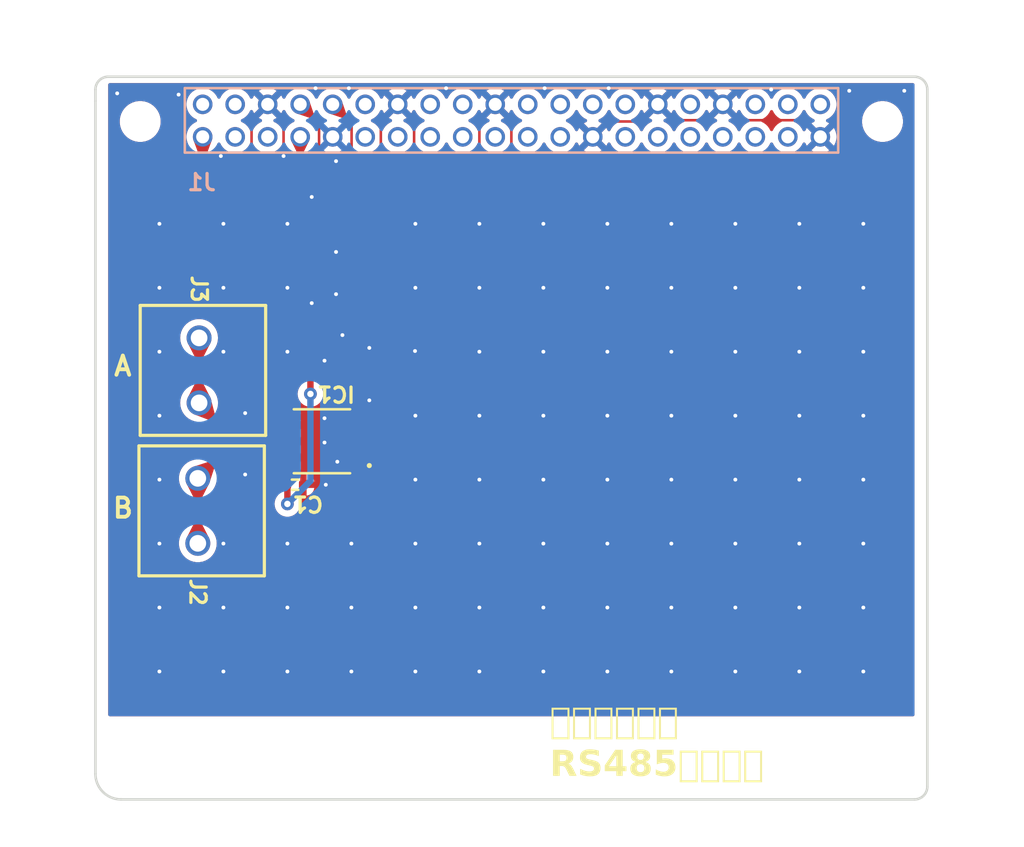
<source format=kicad_pcb>
(kicad_pcb (version 20240108) (generator "pcbnew") (generator_version "8.0")
  (layers (0 "F.Cu" signal) (31 "B.Cu" signal) (34 "B.Paste" user) (35 "F.Paste" user) (36 "B.SilkS" user "B.Silkscreen") (37 "F.SilkS" user "F.Silkscreen") (38 "B.Mask" user) (39 "F.Mask" user) (44 "Edge.Cuts" user))
  (net 0 "")
  (net 1 "GND")
  (net 2 "/3.3V")
  (net 3 "/RS485_B")
  (net 4 "/RX")
  (net 5 "/TX")
  (net 6 "/EN")
  (net 7 "/RS485_A")
  (footprint "MountingHole:MountingHole_2.7mm" (layer "F.Cu") (at 173.8 116.4)
    (property "Reference" "REF**" (hide yes))
    (property "Value" "MountingHole_2.7mm")
    (pad "" np_thru_hole circle (at 0.4 -0.7) (size 2.7 2.7) (drill 2.7) (layers "*.Cu" "*.Mask"))
  )
  (footprint "MountingHole:MountingHole_2.7mm" (layer "F.Cu") (at 116.2 66.2)
    (property "Reference" "REF**" (hide yes))
    (property "Value" "MountingHole_2.7mm")
    (pad "" np_thru_hole circle (at 0 0) (size 2.7 2.7) (drill 2.7) (layers "*.Cu" "*.Mask"))
  )
  (footprint "000_RS485HAT:MAX3485ED" (layer "F.Cu") (at 130.4 91.2 180)
    (property "Reference" "IC1" (at -1.1 3.7 180) (layer "F.SilkS") (effects (font (size 1.2 1.2) (thickness 0.25))))
    (property "Value" "~" (hide yes))
    (fp_line (start -2.2 2.5) (end 2.2 2.5) (stroke (width 0.2)) (layer "F.SilkS"))
    (fp_line (start -2.2 -2.5) (end 2.2 -2.5) (stroke (width 0.2)) (layer "F.SilkS"))
    (fp_circle (center -3.7 -1.9) (end -3.6 -1.9) (stroke (width 0.2)) (fill none) (layer "F.SilkS"))
    (pad "1" smd roundrect (at -2.75 -1.905 180) (size 1.2 0.7) (layers "F.Cu" "F.Paste" "F.Mask") (net 4 "/RX"))
    (pad "2" smd roundrect (at -2.75 -0.635 180) (size 1.2 0.7) (layers "F.Cu" "F.Paste" "F.Mask") (net 6 "/EN"))
    (pad "3" smd roundrect (at -2.75 0.635 180) (size 1.2 0.7) (layers "F.Cu" "F.Paste" "F.Mask") (net 6 "/EN"))
    (pad "4" smd roundrect (at -2.75 1.905 180) (size 1.2 0.7) (layers "F.Cu" "F.Paste" "F.Mask") (net 5 "/TX"))
    (pad "5" smd roundrect (at 2.75 1.905 180) (size 1.2 0.7) (layers "F.Cu" "F.Paste" "F.Mask") (net 1 "GND"))
    (pad "6" smd roundrect (at 2.75 0.635 180) (size 1.2 0.7) (layers "F.Cu" "F.Paste" "F.Mask") (net 3 "/RS485_B"))
    (pad "7" smd roundrect (at 2.75 -0.635 180) (size 1.2 0.7) (layers "F.Cu" "F.Paste" "F.Mask") (net 7 "/RS485_A"))
    (pad "8" smd roundrect (at 2.75 -1.905 180) (size 1.2 0.7) (layers "F.Cu" "F.Paste" "F.Mask") (net 2 "/3.3V"))
  )
  (footprint "000_RS485HAT:APF-142" (layer "F.Cu") (at 120.7 94.1 -90)
    (property "Reference" "J2" (at 8.9 0 -90) (layer "F.SilkS") (effects (font (size 1.2 1.2) (thickness 0.25))))
    (property "Value" "APF-142" (hide yes))
    (fp_line (start 7.62 4.6) (end -2.54 4.6) (stroke (width 0.25)) (layer "F.SilkS"))
    (fp_line (start -2.54 -5.2) (end -2.54 4.6) (stroke (width 0.25)) (layer "F.SilkS"))
    (fp_line (start -2.54 -5.2) (end 7.62 -5.2) (stroke (width 0.25)) (layer "F.SilkS"))
    (fp_line (start 7.62 -5.2) (end 7.62 4.6) (stroke (width 0.25)) (layer "F.SilkS"))
    (pad "1" thru_hole circle (at 0 0 270) (size 1.95 1.95) (drill 1.3) (layers "*.Cu" "*.Mask") (net 7 "/RS485_A"))
    (pad "2" thru_hole circle (at 5.08 0 270) (size 1.95 1.95) (drill 1.3) (layers "*.Cu" "*.Mask") (net 7 "/RS485_A"))
  )
  (footprint "MountingHole:MountingHole_2.7mm" (layer "F.Cu") (at 116.7 115.6)
    (property "Reference" "REF**" (hide yes))
    (property "Value" "MountingHole_2.7mm")
    (pad "" np_thru_hole circle (at -0.5 0.1) (size 2.7 2.7) (drill 2.7) (layers "*.Cu" "*.Mask"))
  )
  (footprint "000_RS485HAT:APF-142" (layer "F.Cu") (at 120.8 83.12 -90)
    (property "Reference" "J3" (at -3.82 0 -90) (layer "F.SilkS") (effects (font (size 1.2 1.2) (thickness 0.25))))
    (property "Value" "APF-142" (hide yes))
    (fp_line (start 7.62 4.6) (end -2.54 4.6) (stroke (width 0.25)) (layer "F.SilkS"))
    (fp_line (start -2.54 -5.2) (end -2.54 4.6) (stroke (width 0.25)) (layer "F.SilkS"))
    (fp_line (start -2.54 -5.2) (end 7.62 -5.2) (stroke (width 0.25)) (layer "F.SilkS"))
    (fp_line (start 7.62 -5.2) (end 7.62 4.6) (stroke (width 0.25)) (layer "F.SilkS"))
    (pad "1" thru_hole circle (at 0 0 270) (size 1.95 1.95) (drill 1.3) (layers "*.Cu" "*.Mask") (net 3 "/RS485_B"))
    (pad "2" thru_hole circle (at 5.08 0 270) (size 1.95 1.95) (drill 1.3) (layers "*.Cu" "*.Mask") (net 3 "/RS485_B"))
  )
  (footprint "MountingHole:MountingHole_2.7mm" (layer "F.Cu") (at 174.6 68.5)
    (property "Reference" "REF**" (hide yes))
    (property "Value" "MountingHole_2.7mm")
    (pad "" np_thru_hole circle (at -0.4 -2.3) (size 2.7 2.7) (drill 2.7) (layers "*.Cu" "*.Mask"))
  )
  (footprint "000_RS485HAT:chip 1005 metric" (layer "F.Cu") (at 128.3 94.6 180)
    (property "Reference" "C1" (at -1 -1.5 180) (layer "F.SilkS") (effects (font (size 1.2 1.2) (thickness 0.25))))
    (property "Value" "0.1uF" (hide yes))
    (fp_line (start -0.25 0.4) (end 0.25 0.4) (stroke (width 0.2)) (layer "F.SilkS"))
    (fp_line (start -0.25 -0.4) (end 0.25 -0.4) (stroke (width 0.2)) (layer "F.SilkS"))
    (pad "1" smd roundrect (at -0.65 0 180) (size 0.7 0.7) (layers "F.Cu" "F.Paste" "F.Mask") (net 1 "GND"))
    (pad "2" smd roundrect (at 0.65 0 180) (size 0.7 0.7) (layers "F.Cu" "F.Paste" "F.Mask") (net 2 "/3.3V"))
  )
  (footprint "000_RS485HAT:FH2x20SG_Bottom" (layer "B.Cu") (at 121.08 64.861)
    (property "Reference" "J1" (at -0.08 6.1 360) (layer "B.SilkS") (effects (font (size 1.27 1.27) (thickness 0.254)) (justify mirror)))
    (property "Value" "~" (hide yes))
    (fp_line (start -1.395 -1.27) (end 49.655 -1.27) (stroke (width 0.2)) (layer "B.SilkS"))
    (fp_line (start -1.395 3.77) (end -1.395 -1.27) (stroke (width 0.2)) (layer "B.SilkS"))
    (fp_line (start 49.655 -1.27) (end 49.655 3.77) (stroke (width 0.2)) (layer "B.SilkS"))
    (fp_line (start 49.655 3.77) (end -1.395 3.77) (stroke (width 0.2)) (layer "B.SilkS"))
    (pad "1" thru_hole circle (at 0 2.54) (size 1.53 1.53) (drill 1.02) (layers "*.Cu" "*.Mask") (net 2 "/3.3V"))
    (pad "2" thru_hole circle (at 0 0) (size 1.53 1.53) (drill 1.02) (layers "*.Cu" "*.Mask"))
    (pad "3" thru_hole circle (at 2.54 2.54) (size 1.53 1.53) (drill 1.02) (layers "*.Cu" "*.Mask"))
    (pad "4" thru_hole circle (at 2.54 0) (size 1.53 1.53) (drill 1.02) (layers "*.Cu" "*.Mask"))
    (pad "5" thru_hole circle (at 5.08 2.54) (size 1.53 1.53) (drill 1.02) (layers "*.Cu" "*.Mask"))
    (pad "6" thru_hole circle (at 5.08 0) (size 1.53 1.53) (drill 1.02) (layers "*.Cu" "*.Mask") (net 1 "GND"))
    (pad "7" thru_hole circle (at 7.62 2.54) (size 1.53 1.53) (drill 1.02) (layers "*.Cu" "*.Mask") (net 6 "/EN"))
    (pad "8" thru_hole circle (at 7.62 0) (size 1.53 1.53) (drill 1.02) (layers "*.Cu" "*.Mask") (net 5 "/TX"))
    (pad "9" thru_hole circle (at 10.16 2.54) (size 1.53 1.53) (drill 1.02) (layers "*.Cu" "*.Mask") (net 1 "GND"))
    (pad "10" thru_hole circle (at 10.16 0) (size 1.53 1.53) (drill 1.02) (layers "*.Cu" "*.Mask") (net 4 "/RX"))
    (pad "11" thru_hole circle (at 12.7 2.54) (size 1.53 1.53) (drill 1.02) (layers "*.Cu" "*.Mask"))
    (pad "12" thru_hole circle (at 12.7 0) (size 1.53 1.53) (drill 1.02) (layers "*.Cu" "*.Mask"))
    (pad "13" thru_hole circle (at 15.24 2.54) (size 1.53 1.53) (drill 1.02) (layers "*.Cu" "*.Mask"))
    (pad "14" thru_hole circle (at 15.24 0) (size 1.53 1.53) (drill 1.02) (layers "*.Cu" "*.Mask") (net 1 "GND"))
    (pad "15" thru_hole circle (at 17.78 2.54) (size 1.53 1.53) (drill 1.02) (layers "*.Cu" "*.Mask"))
    (pad "16" thru_hole circle (at 17.78 0) (size 1.53 1.53) (drill 1.02) (layers "*.Cu" "*.Mask"))
    (pad "17" thru_hole circle (at 20.32 2.54) (size 1.53 1.53) (drill 1.02) (layers "*.Cu" "*.Mask"))
    (pad "18" thru_hole circle (at 20.32 0) (size 1.53 1.53) (drill 1.02) (layers "*.Cu" "*.Mask"))
    (pad "19" thru_hole circle (at 22.86 2.54) (size 1.53 1.53) (drill 1.02) (layers "*.Cu" "*.Mask"))
    (pad "20" thru_hole circle (at 22.86 0) (size 1.53 1.53) (drill 1.02) (layers "*.Cu" "*.Mask") (net 1 "GND"))
    (pad "21" thru_hole circle (at 25.4 2.54) (size 1.53 1.53) (drill 1.02) (layers "*.Cu" "*.Mask"))
    (pad "22" thru_hole circle (at 25.4 0) (size 1.53 1.53) (drill 1.02) (layers "*.Cu" "*.Mask"))
    (pad "23" thru_hole circle (at 27.94 2.54) (size 1.53 1.53) (drill 1.02) (layers "*.Cu" "*.Mask"))
    (pad "24" thru_hole circle (at 27.94 0) (size 1.53 1.53) (drill 1.02) (layers "*.Cu" "*.Mask"))
    (pad "25" thru_hole circle (at 30.48 2.54) (size 1.53 1.53) (drill 1.02) (layers "*.Cu" "*.Mask") (net 1 "GND"))
    (pad "26" thru_hole circle (at 30.48 0) (size 1.53 1.53) (drill 1.02) (layers "*.Cu" "*.Mask"))
    (pad "27" thru_hole circle (at 33.02 2.54) (size 1.53 1.53) (drill 1.02) (layers "*.Cu" "*.Mask"))
    (pad "28" thru_hole circle (at 33.02 0) (size 1.53 1.53) (drill 1.02) (layers "*.Cu" "*.Mask"))
    (pad "29" thru_hole circle (at 35.56 2.54) (size 1.53 1.53) (drill 1.02) (layers "*.Cu" "*.Mask"))
    (pad "30" thru_hole circle (at 35.56 0) (size 1.53 1.53) (drill 1.02) (layers "*.Cu" "*.Mask") (net 1 "GND"))
    (pad "31" thru_hole circle (at 38.1 2.54) (size 1.53 1.53) (drill 1.02) (layers "*.Cu" "*.Mask"))
    (pad "32" thru_hole circle (at 38.1 0) (size 1.53 1.53) (drill 1.02) (layers "*.Cu" "*.Mask"))
    (pad "33" thru_hole circle (at 40.64 2.54) (size 1.53 1.53) (drill 1.02) (layers "*.Cu" "*.Mask"))
    (pad "34" thru_hole circle (at 40.64 0) (size 1.53 1.53) (drill 1.02) (layers "*.Cu" "*.Mask") (net 1 "GND"))
    (pad "35" thru_hole circle (at 43.18 2.54) (size 1.53 1.53) (drill 1.02) (layers "*.Cu" "*.Mask"))
    (pad "36" thru_hole circle (at 43.18 0) (size 1.53 1.53) (drill 1.02) (layers "*.Cu" "*.Mask"))
    (pad "37" thru_hole circle (at 45.72 2.54) (size 1.53 1.53) (drill 1.02) (layers "*.Cu" "*.Mask"))
    (pad "38" thru_hole circle (at 45.72 0) (size 1.53 1.53) (drill 1.02) (layers "*.Cu" "*.Mask"))
    (pad "39" thru_hole circle (at 48.26 2.54) (size 1.53 1.53) (drill 1.02) (layers "*.Cu" "*.Mask") (net 1 "GND"))
    (pad "40" thru_hole circle (at 48.26 0) (size 1.53 1.53) (drill 1.02) (layers "*.Cu" "*.Mask"))
  )
  (gr_arc (start 114.7 119.2) (mid 113.285786 118.614214) (end 112.7 117.2) (stroke (width 0.2)) (layer "Edge.Cuts"))
  (gr_line (start 114.7 119.2) (end 176.7 119.2) (stroke (width 0.2)) (layer "Edge.Cuts"))
  (gr_line (start 112.7 64.6) (end 112.7 117.2) (stroke (width 0.2)) (layer "Edge.Cuts"))
  (gr_arc (start 176.7 62.7) (mid 177.407107 62.992893) (end 177.7 63.7) (stroke (width 0.2)) (layer "Edge.Cuts"))
  (gr_line (start 177.7 63.7) (end 177.7 118.2) (stroke (width 0.2)) (layer "Edge.Cuts"))
  (gr_line (start 112.7 63.7) (end 112.7 64.6) (stroke (width 0.2)) (layer "Edge.Cuts"))
  (gr_line (start 113.7 62.7) (end 176.7 62.7) (stroke (width 0.2)) (layer "Edge.Cuts"))
  (gr_arc (start 112.7 63.7) (mid 112.992893 62.992893) (end 113.7 62.7) (stroke (width 0.2)) (layer "Edge.Cuts"))
  (gr_arc (start 177.7 118.2) (mid 177.407107 118.907107) (end 176.7 119.2) (stroke (width 0.2)) (layer "Edge.Cuts"))
  (gr_text "A" (at 114 86.2 0) (layer "F.SilkS") (effects (font (size 1.5 1.5) (thickness 0.3) (bold yes)) (justify left bottom)))
  (gr_text "B" (at 113.9 97.3 0) (layer "F.SilkS") (effects (font (size 1.5 1.5) (thickness 0.3) (bold yes)) (justify left bottom)))
  (gr_text "らずぱい工房\nRS485通信基板" (at 148.2 117.7 0) (layer "F.SilkS") (effects (font (size 2 2) (thickness 0.5) (bold yes)) (justify left bottom)))
  (segment (start 143.94 64.861) (end 142.701 66.1) (width 0.2) (layer "F.Cu") (net 1))
  (segment (start 142.701 66.1) (end 142.7 66.1) (width 0.2) (layer "F.Cu") (net 1))
  (segment (start 135.255 65.926) (end 135.255 65.945) (width 0.2) (layer "F.Cu") (net 1))
  (segment (start 137.6 69.1) (end 142.7 74.2) (width 0.2) (layer "F.Cu") (net 1))
  (segment (start 135 71.5) (end 137.7 74.2) (width 0.2) (layer "F.Cu") (net 1))
  (segment (start 124.9 72) (end 122.7 74.2) (width 0.2) (layer "F.Cu") (net 1))
  (segment (start 125.095 65.926) (end 125.074 65.926) (width 0.2) (layer "F.Cu") (net 1))
  (segment (start 160.5 66.1) (end 160.5 66.081) (width 0.2) (layer "F.Cu") (net 1))
  (segment (start 127.399 66.1) (end 127.4 66.1) (width 0.2) (layer "F.Cu") (net 1))
  (segment (start 145.2 66.121) (end 145.2 71.7) (width 0.2) (layer "F.Cu") (net 1))
  (segment (start 143.94 64.861) (end 145.2 66.121) (width 0.2) (layer "F.Cu") (net 1))
  (segment (start 135.255 65.945) (end 135 66.2) (width 0.2) (layer "F.Cu") (net 1))
  (segment (start 162.959 66.1) (end 168.1 66.1) (width 0.2) (layer "F.Cu") (net 1))
  (segment (start 168.1 66.161) (end 169.34 67.401) (width 0.2) (layer "F.Cu") (net 1))
  (segment (start 126.16 64.861) (end 125.095 65.926) (width 0.2) (layer "F.Cu") (net 1))
  (segment (start 152.761 66.2) (end 155.301 66.2) (width 0.2) (layer "F.Cu") (net 1))
  (segment (start 160.5 66.081) (end 161.72 64.861) (width 0.2) (layer "F.Cu") (net 1))
  (segment (start 137.559 66.1) (end 137.6 66.1) (width 0.2) (layer "F.Cu") (net 1))
  (segment (start 157.879 66.1) (end 160.5 66.1) (width 0.2) (layer "F.Cu") (net 1))
  (segment (start 127.4 66.1) (end 127.4 73.9) (width 0.2) (layer "F.Cu") (net 1))
  (segment (start 125.074 65.926) (end 124.9 66.1) (width 0.2) (layer "F.Cu") (net 1))
  (segment (start 126.16 64.861) (end 127.399 66.1) (width 0.2) (layer "F.Cu") (net 1))
  (segment (start 156.64 64.861) (end 157.879 66.1) (width 0.2) (layer "F.Cu") (net 1))
  (segment (start 161.72 64.861) (end 162.959 66.1) (width 0.2) (layer "F.Cu") (net 1))
  (segment (start 136.32 64.861) (end 137.559 66.1) (width 0.2) (layer "F.Cu") (net 1))
  (segment (start 135 66.2) (end 135 71.5) (width 0.2) (layer "F.Cu") (net 1))
  (segment (start 168.1 66.1) (end 168.1 66.161) (width 0.2) (layer "F.Cu") (net 1))
  (segment (start 137.6 66.1) (end 137.6 69.1) (width 0.2) (layer "F.Cu") (net 1))
  (segment (start 136.32 64.861) (end 135.255 65.926) (width 0.2) (layer "F.Cu") (net 1))
  (segment (start 145.2 71.7) (end 147.7 74.2) (width 0.2) (layer "F.Cu") (net 1))
  (segment (start 142.7 66.1) (end 142.7 74.2) (width 0.2) (layer "F.Cu") (net 1))
  (segment (start 127.4 73.9) (end 127.7 74.2) (width 0.2) (layer "F.Cu") (net 1))
  (segment (start 124.9 66.1) (end 124.9 72) (width 0.2) (layer "F.Cu") (net 1))
  (segment (start 151.56 67.401) (end 152.761 66.2) (width 0.2) (layer "F.Cu") (net 1))
  (segment (start 155.301 66.2) (end 156.64 64.861) (width 0.2) (layer "F.Cu") (net 1))
  (via (at 130.6 84.9) (size 0.6) (drill 0.3) (layers "F.Cu" "B.Cu") (net 1))
  (via (at 130.6 91.3) (size 0.6) (drill 0.3) (layers "F.Cu" "B.Cu") (net 1))
  (via (at 124.4 93.8) (size 0.6) (drill 0.3) (layers "F.Cu" "B.Cu") (net 1))
  (via (at 122.7 84.2) (size 0.6) (drill 0.3) (layers "F.Cu" "B.Cu") (net 1))
  (via (at 117.7 84.2) (size 0.6) (drill 0.3) (layers "F.Cu" "B.Cu") (net 1))
  (via (at 172.7 89.2) (size 0.6) (drill 0.3) (layers "F.Cu" "B.Cu") (net 1))
  (via (at 142.7 94.2) (size 0.6) (drill 0.3) (layers "F.Cu" "B.Cu") (net 1))
  (via (at 147.7 104.2) (size 0.6) (drill 0.3) (layers "F.Cu" "B.Cu") (net 1))
  (via (at 171.6 63.8) (size 0.6) (drill 0.3) (layers "F.Cu" "B.Cu") (net 1))
  (via (at 122.5 68.9) (size 0.6) (drill 0.3) (layers "F.Cu" "B.Cu") (net 1))
  (via (at 172.7 99.2) (size 0.6) (drill 0.3) (layers "F.Cu" "B.Cu") (net 1))
  (via (at 119.2 64.1) (size 0.6) (drill 0.3) (layers "F.Cu" "B.Cu") (net 1))
  (via (at 167.7 104.2) (size 0.6) (drill 0.3) (layers "F.Cu" "B.Cu") (net 1))
  (via (at 142.7 74.2) (size 0.6) (drill 0.3) (layers "F.Cu" "B.Cu") (net 1))
  (via (at 152.7 104.2) (size 0.6) (drill 0.3) (layers "F.Cu" "B.Cu") (net 1))
  (via (at 129.6 80.4) (size 0.6) (drill 0.3) (layers "F.Cu" "B.Cu") (net 1))
  (via (at 142.7 109.2) (size 0.6) (drill 0.3) (layers "F.Cu" "B.Cu") (net 1))
  (via (at 157.7 99.2) (size 0.6) (drill 0.3) (layers "F.Cu" "B.Cu") (net 1))
  (via (at 152.7 89.2) (size 0.6) (drill 0.3) (layers "F.Cu" "B.Cu") (net 1))
  (via (at 167.7 74.2) (size 0.6) (drill 0.3) (layers "F.Cu" "B.Cu") (net 1))
  (via (at 132.7 104.2) (size 0.6) (drill 0.3) (layers "F.Cu" "B.Cu") (net 1))
  (via (at 152.7 109.2) (size 0.6) (drill 0.3) (layers "F.Cu" "B.Cu") (net 1))
  (via (at 162.7 99.2) (size 0.6) (drill 0.3) (layers "F.Cu" "B.Cu") (net 1))
  (via (at 117.7 99.2) (size 0.6) (drill 0.3) (layers "F.Cu" "B.Cu") (net 1))
  (via (at 167.7 84.2) (size 0.6) (drill 0.3) (layers "F.Cu" "B.Cu") (net 1))
  (via (at 142.7 104.2) (size 0.6) (drill 0.3) (layers "F.Cu" "B.Cu") (net 1))
  (via (at 162.7 89.2) (size 0.6) (drill 0.3) (layers "F.Cu" "B.Cu") (net 1))
  (via (at 129.9 63.6) (size 0.6) (drill 0.3) (layers "F.Cu" "B.Cu") (net 1))
  (via (at 122.7 74.2) (size 0.6) (drill 0.3) (layers "F.Cu" "B.Cu") (net 1))
  (via (at 147.7 94.2) (size 0.6) (drill 0.3) (layers "F.Cu" "B.Cu") (net 1))
  (via (at 137.7 109.2) (size 0.6) (drill 0.3) (layers "F.Cu" "B.Cu") (net 1))
  (via (at 152.7 79.2) (size 0.6) (drill 0.3) (layers "F.Cu" "B.Cu") (net 1))
  (via (at 137.7 74.2) (size 0.6) (drill 0.3) (layers "F.Cu" "B.Cu") (net 1))
  (via (at 172.7 104.2) (size 0.6) (drill 0.3) (layers "F.Cu" "B.Cu") (net 1))
  (via (at 132 82.9) (size 0.6) (drill 0.3) (layers "F.Cu" "B.Cu") (net 1))
  (via (at 117.7 104.2) (size 0.6) (drill 0.3) (layers "F.Cu" "B.Cu") (net 1))
  (via (at 142.7 84.2) (size 0.6) (drill 0.3) (layers "F.Cu" "B.Cu") (net 1))
  (via (at 157.7 104.2) (size 0.6) (drill 0.3) (layers "F.Cu" "B.Cu") (net 1))
  (via (at 131.6 92.8) (size 0.6) (drill 0.3) (layers "F.Cu" "B.Cu") (net 1))
  (via (at 114.4 64) (size 0.6) (drill 0.3) (layers "F.Cu" "B.Cu") (net 1))
  (via (at 162.7 94.2) (size 0.6) (drill 0.3) (layers "F.Cu" "B.Cu") (net 1))
  (via (at 165.5 63.7) (size 0.6) (drill 0.3) (layers "F.Cu" "B.Cu") (net 1))
  (via (at 157.7 74.2) (size 0.6) (drill 0.3) (layers "F.Cu" "B.Cu") (net 1))
  (via (at 137.7 104.2) (size 0.6) (drill 0.3) (layers "F.Cu" "B.Cu") (net 1))
  (via (at 137.7 79.2) (size 0.6) (drill 0.3) (layers "F.Cu" "B.Cu") (net 1))
  (via (at 127.7 79.2) (size 0.6) (drill 0.3) (layers "F.Cu" "B.Cu") (net 1))
  (via (at 157.7 79.2) (size 0.6) (drill 0.3) (layers "F.Cu" "B.Cu") (net 1))
  (via (at 162.7 109.2) (size 0.6) (drill 0.3) (layers "F.Cu" "B.Cu") (net 1))
  (via (at 127.7 74.2) (size 0.6) (drill 0.3) (layers "F.Cu" "B.Cu") (net 1))
  (via (at 142.7 99.2) (size 0.6) (drill 0.3) (layers "F.Cu" "B.Cu") (net 1))
  (via (at 152.7 99.2) (size 0.6) (drill 0.3) (layers "F.Cu" "B.Cu") (net 1))
  (via (at 127.7 104.2) (size 0.6) (drill 0.3) (layers "F.Cu" "B.Cu") (net 1))
  (via (at 162.7 104.2) (size 0.6) (drill 0.3) (layers "F.Cu" "B.Cu") (net 1))
  (via (at 142.7 79.2) (size 0.6) (drill 0.3) (layers "F.Cu" "B.Cu") (net 1))
  (via (at 127.7 84.2) (size 0.6) (drill 0.3) (layers "F.Cu" "B.Cu") (net 1))
  (via (at 137.671085 84.144648) (size 0.6) (drill 0.3) (layers "F.Cu" "B.Cu") (net 1))
  (via (at 172.7 79.2) (size 0.6) (drill 0.3) (layers "F.Cu" "B.Cu") (net 1))
  (via (at 157.7 89.2) (size 0.6) (drill 0.3) (layers "F.Cu" "B.Cu") (net 1))
  (via (at 127.4 68.9) (size 0.6) (drill 0.3) (layers "F.Cu" "B.Cu") (net 1))
  (via (at 122.7 109.2) (size 0.6) (drill 0.3) (layers "F.Cu" "B.Cu") (net 1))
  (via (at 157.7 94.2) (size 0.6) (drill 0.3) (layers "F.Cu" "B.Cu") (net 1))
  (via (at 147.7 99.2) (size 0.6) (drill 0.3) (layers "F.Cu" "B.Cu") (net 1))
  (via (at 147.7 84.2) (size 0.6) (drill 0.3) (layers "F.Cu" "B.Cu") (net 1))
  (via (at 132.7 99.2) (size 0.6) (drill 0.3) (layers "F.Cu" "B.Cu") (net 1))
  (via (at 117.7 109.2) (size 0.6) (drill 0.3) (layers "F.Cu" "B.Cu") (net 1))
  (via (at 117.7 79.2) (size 0.6) (drill 0.3) (layers "F.Cu" "B.Cu") (net 1))
  (via (at 162.7 74.2) (size 0.6) (drill 0.3) (layers "F.Cu" "B.Cu") (net 1))
  (via (at 157.7 109.2) (size 0.6) (drill 0.3) (layers "F.Cu" "B.Cu") (net 1))
  (via (at 130.7 94.6) (size 0.6) (drill 0.3) (layers "F.Cu" "B.Cu") (net 1))
  (via (at 127.7 109.2) (size 0.6) (drill 0.3) (layers "F.Cu" "B.Cu") (net 1))
  (via (at 131.5 69.3) (size 0.6) (drill 0.3) (layers "F.Cu" "B.Cu") (net 1))
  (via (at 172.7 94.2) (size 0.6) (drill 0.3) (layers "F.Cu" "B.Cu") (net 1))
  (via (at 152.7 74.2) (size 0.6) (drill 0.3) (layers "F.Cu" "B.Cu") (net 1))
  (via (at 167.7 79.2) (size 0.6) (drill 0.3) (layers "F.Cu" "B.Cu") (net 1))
  (via (at 152.8 63.6) (size 0.6) (drill 0.3) (layers "F.Cu" "B.Cu") (net 1))
  (via (at 147.7 109.2) (size 0.6) (drill 0.3) (layers "F.Cu" "B.Cu") (net 1))
  (via (at 167.7 94.2) (size 0.6) (drill 0.3) (layers "F.Cu" "B.Cu") (net 1))
  (via (at 137.7 99.2) (size 0.6) (drill 0.3) (layers "F.Cu" "B.Cu") (net 1))
  (via (at 117.7 74.2) (size 0.6) (drill 0.3) (layers "F.Cu" "B.Cu") (net 1))
  (via (at 147.7 79.2) (size 0.6) (drill 0.3) (layers "F.Cu" "B.Cu") (net 1))
  (via (at 162.7 84.2) (size 0.6) (drill 0.3) (layers "F.Cu" "B.Cu") (net 1))
  (via (at 172.7 74.2) (size 0.6) (drill 0.3) (layers "F.Cu" "B.Cu") (net 1))
  (via (at 147.8 63.6) (size 0.6) (drill 0.3) (layers "F.Cu" "B.Cu") (net 1))
  (via (at 134.1 88) (size 0.6) (drill 0.3) (layers "F.Cu" "B.Cu") (net 1))
  (via (at 175.9 63.8) (size 0.6) (drill 0.3) (layers "F.Cu" "B.Cu") (net 1))
  (via (at 127.7 99.2) (size 0.6) (drill 0.3) (layers "F.Cu" "B.Cu") (net 1))
  (via (at 134.1 83.9) (size 0.6) (drill 0.3) (layers "F.Cu" "B.Cu") (net 1))
  (via (at 172.7 109.2) (size 0.6) (drill 0.3) (layers "F.Cu" "B.Cu") (net 1))
  (via (at 142.7 89.2) (size 0.6) (drill 0.3) (layers "F.Cu" "B.Cu") (net 1))
  (via (at 129.6 72.1) (size 0.6) (drill 0.3) (layers "F.Cu" "B.Cu") (net 1))
  (via (at 140.1 63.6) (size 0.6) (drill 0.3) (layers "F.Cu" "B.Cu") (net 1))
  (via (at 130.6 89.4) (size 0.6) (drill 0.3) (layers "F.Cu" "B.Cu") (net 1))
  (via (at 122.7 104.2) (size 0.6) (drill 0.3) (layers "F.Cu" "B.Cu") (net 1))
  (via (at 167.7 109.2) (size 0.6) (drill 0.3) (layers "F.Cu" "B.Cu") (net 1))
  (via (at 122.7 79.2) (size 0.6) (drill 0.3) (layers "F.Cu" "B.Cu") (net 1))
  (via (at 162.7 79.2) (size 0.6) (drill 0.3) (layers "F.Cu" "B.Cu") (net 1))
  (via (at 117.7 94.2) (size 0.6) (drill 0.3) (layers "F.Cu" "B.Cu") (net 1))
  (via (at 117.7 89.2) (size 0.6) (drill 0.3) (layers "F.Cu" "B.Cu") (net 1))
  (via (at 152.7 94.2) (size 0.6) (drill 0.3) (layers "F.Cu" "B.Cu") (net 1))
  (via (at 122.7 99.2) (size 0.6) (drill 0.3) (layers "F.Cu" "B.Cu") (net 1))
  (via (at 137.7 89.2) (size 0.6) (drill 0.3) (layers "F.Cu" "B.Cu") (net 1))
  (via (at 157.7 84.2) (size 0.6) (drill 0.3) (layers "F.Cu" "B.Cu") (net 1))
  (via (at 167.7 89.2) (size 0.6) (drill 0.3) (layers "F.Cu" "B.Cu") (net 1))
  (via (at 152.7 84.2) (size 0.6) (drill 0.3) (layers "F.Cu" "B.Cu") (net 1))
  (via (at 147.7 74.2) (size 0.6) (drill 0.3) (layers "F.Cu" "B.Cu") (net 1))
  (via (at 137.7 94.2) (size 0.6) (drill 0.3) (layers "F.Cu" "B.Cu") (net 1))
  (via (at 124.4 89) (size 0.6) (drill 0.3) (layers "F.Cu" "B.Cu") (net 1))
  (via (at 132.5 63.6) (size 0.6) (drill 0.3) (layers "F.Cu" "B.Cu") (net 1))
  (via (at 131.5 79.7) (size 0.6) (drill 0.3) (layers "F.Cu" "B.Cu") (net 1))
  (via (at 167.7 99.2) (size 0.6) (drill 0.3) (layers "F.Cu" "B.Cu") (net 1))
  (via (at 131.5 76.4) (size 0.6) (drill 0.3) (layers "F.Cu" "B.Cu") (net 1))
  (via (at 172.7 84.2) (size 0.6) (drill 0.3) (layers "F.Cu" "B.Cu") (net 1))
  (via (at 132.7 109.2) (size 0.6) (drill 0.3) (layers "F.Cu" "B.Cu") (net 1))
  (via (at 147.7 89.2) (size 0.6) (drill 0.3) (layers "F.Cu" "B.Cu") (net 1))
  (segment (start 127.7 94.65) (end 127.65 94.6) (width 0.5) (layer "F.Cu") (net 2))
  (segment (start 127.65 93.105) (end 127.65 94.6) (width 0.5) (layer "F.Cu") (net 2))
  (segment (start 127.7 96.1) (end 127.7 94.65) (width 0.5) (layer "F.Cu") (net 2))
  (segment (start 121.08 67.401) (end 121.08 75.68) (width 0.5) (layer "F.Cu") (net 2))
  (segment (start 129.5 84.1) (end 129.5 87.5) (width 0.5) (layer "F.Cu") (net 2))
  (segment (start 121.08 75.68) (end 129.5 84.1) (width 0.5) (layer "F.Cu") (net 2))
  (via (at 129.5 87.5) (size 1) (drill 0.5) (layers "F.Cu" "B.Cu") (net 2))
  (via (at 127.7 96.1) (size 1) (drill 0.5) (layers "F.Cu" "B.Cu") (net 2))
  (segment (start 129.5 94.3) (end 127.7 96.1) (width 0.5) (layer "B.Cu") (net 2))
  (segment (start 129.5 87.5) (end 129.5 94.3) (width 0.5) (layer "B.Cu") (net 2))
  (segment (start 127.65 90.565) (end 127.615 90.6) (width 0.2) (layer "F.Cu") (net 3))
  (segment (start 120.8 83.12) (end 120.8 88.2) (width 0.2) (layer "F.Cu") (net 3))
  (segment (start 127.615 90.6) (end 123.05 90.6) (width 0.2) (layer "F.Cu") (net 3))
  (segment (start 120.8 88.35) (end 120.8 88.2) (width 0.2) (layer "F.Cu") (net 3))
  (segment (start 123.05 90.6) (end 120.8 88.35) (width 0.2) (layer "F.Cu") (net 3))
  (segment (start 134.895 93.105) (end 135.1 92.9) (width 0.2) (layer "F.Cu") (net 4))
  (segment (start 135.1 92.9) (end 135.1 83.1) (width 0.2) (layer "F.Cu") (net 4))
  (segment (start 132.715 80.715) (end 132.715 66.336) (width 0.2) (layer "F.Cu") (net 4))
  (segment (start 135.1 83.1) (end 132.715 80.715) (width 0.2) (layer "F.Cu") (net 4))
  (segment (start 133.15 93.105) (end 134.895 93.105) (width 0.2) (layer "F.Cu") (net 4))
  (segment (start 132.715 66.336) (end 131.24 64.861) (width 0.2) (layer "F.Cu") (net 4))
  (segment (start 130.5 71.15) (end 130.5 80.2) (width 0.2) (layer "F.Cu") (net 5))
  (segment (start 130.175 66.336) (end 128.7 64.861) (width 0.2) (layer "F.Cu") (net 5))
  (segment (start 130.5 80.2) (end 133.15 82.85) (width 0.2) (layer "F.Cu") (net 5))
  (segment (start 130.175 70.825) (end 130.5 71.15) (width 0.2) (layer "F.Cu") (net 5))
  (segment (start 130.175 70.825) (end 130.175 66.336) (width 0.2) (layer "F.Cu") (net 5))
  (segment (start 133.15 82.85) (end 133.15 89.295) (width 0.2) (layer "F.Cu") (net 5))
  (segment (start 130.173862 69.273862) (end 130.175 69.273862) (width 0.2) (layer "F.Cu") (net 5))
  (segment (start 133.15 90.565) (end 132.565 90.565) (width 0.2) (layer "F.Cu") (net 6))
  (segment (start 131.6 89.6) (end 131.6 83.9) (width 0.2) (layer "F.Cu") (net 6))
  (segment (start 131.6 83.9) (end 128.7 81) (width 0.2) (layer "F.Cu") (net 6))
  (segment (start 128.7 81) (end 128.7 67.401) (width 0.2) (layer "F.Cu") (net 6))
  (segment (start 128.7 67.4) (end 128.7 67.8) (width 0.2) (layer "F.Cu") (net 6))
  (segment (start 132.565 90.565) (end 131.6 89.6) (width 0.2) (layer "F.Cu") (net 6))
  (segment (start 133.15 91.835) (end 133.15 90.565) (width 0.2) (layer "F.Cu") (net 6))
  (segment (start 127.65 91.835) (end 122.965 91.835) (width 0.2) (layer "F.Cu") (net 7))
  (segment (start 120.7 94.1) (end 120.7 99.18) (width 0.2) (layer "F.Cu") (net 7))
  (segment (start 122.965 91.835) (end 120.7 94.1) (width 0.2) (layer "F.Cu") (net 7))
  (zone (net 1) (net_name "GND") (layers "F&B.Cu") (connect_pads (clearance 0.5)) (min_thickness 0.25) (fill yes (thermal_gap 0.5) (thermal_bridge_width 0.5))
    (polygon (pts (xy 113.7 112.7) (xy 176.7 112.7) (xy 176.7 69.2) (xy 176.7 63.2) (xy 171.2 63.2) (xy 119.2 63.2) (xy 113.7 63.2) (xy 113.7 69.2)))
  )
)
</source>
